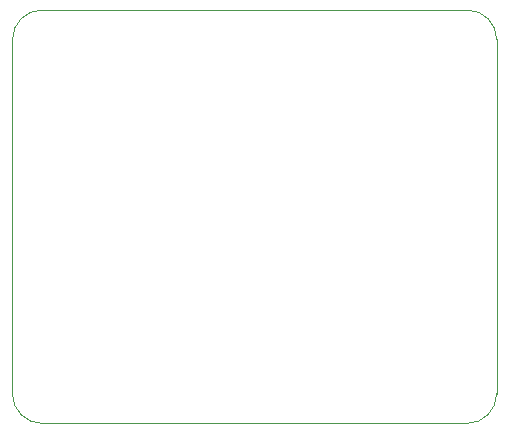
<source format=gbr>
%TF.GenerationSoftware,KiCad,Pcbnew,5.99.0-unknown-ad88874~101~ubuntu20.04.1*%
%TF.CreationDate,2020-05-19T21:15:42-04:00*%
%TF.ProjectId,detector,64657465-6374-46f7-922e-6b696361645f,rev?*%
%TF.SameCoordinates,Original*%
%TF.FileFunction,Profile,NP*%
%FSLAX46Y46*%
G04 Gerber Fmt 4.6, Leading zero omitted, Abs format (unit mm)*
G04 Created by KiCad (PCBNEW 5.99.0-unknown-ad88874~101~ubuntu20.04.1) date 2020-05-19 21:15:42*
%MOMM*%
%LPD*%
G01*
G04 APERTURE LIST*
%TA.AperFunction,Profile*%
%ADD10C,0.050000*%
%TD*%
G04 APERTURE END LIST*
D10*
X140000000Y-97500000D02*
G75*
G02*
X137500000Y-100000000I-2500000J0D01*
G01*
X101500000Y-100000000D02*
G75*
G02*
X99000000Y-97500000I0J2500000D01*
G01*
X137500000Y-65000000D02*
G75*
G02*
X140000000Y-67500000I0J-2500000D01*
G01*
X99000000Y-67500000D02*
G75*
G02*
X101500000Y-65000000I2500000J0D01*
G01*
X140000000Y-67500000D02*
X140000000Y-97500000D01*
X101500000Y-65000000D02*
X137500000Y-65000000D01*
X99000000Y-97500000D02*
X99000000Y-67500000D01*
X101500000Y-100000000D02*
X137500000Y-100000000D01*
M02*

</source>
